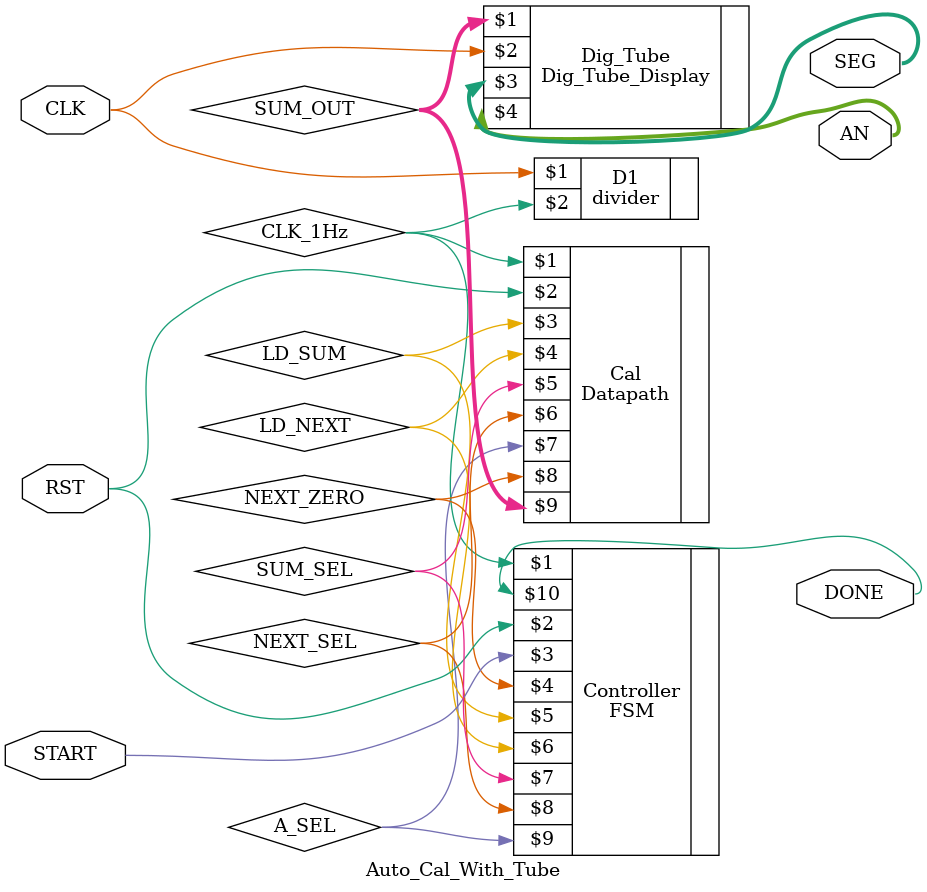
<source format=v>
module Auto_Cal_With_Tube(CLK,RST,START,DONE,SEG,AN);
    //ÊäÈëÊä³ö
    input CLK,RST,START;//Ê±ÖÓÐÅºÅ£¬¸´Î»ÐÅºÅ£¬Æô¶¯ÐÅºÅ
    output DONE;//ÔËËãÍê³É±êÖ¾
    output [7:0]SEG;//ÊýÂë¹ÜÊä³ö¿ØÖÆ
    output [7:0]AN;//Æ¬Ñ¡ÐÅºÅ
    //ÏßÂ·
    wire NEXT_ZERO,LD_SUM,LD_NEXT,SUM_SEL,NEXT_SEL,A_SEL,CLK_1Hz;
    wire [31:0]SUM_OUT;
    //ÊµÀý»¯
    divider  #(50000000) D1(CLK,CLK_1Hz);//²úÉú1HzÊ±ÖÓÐÅºÅ
    FSM Controller(CLK_1Hz,RST,START,NEXT_ZERO,LD_SUM,LD_NEXT,SUM_SEL,NEXT_SEL,A_SEL,DONE);
    Datapath #(32,4) Cal(CLK_1Hz,RST,LD_SUM,LD_NEXT,SUM_SEL,NEXT_SEL,A_SEL,NEXT_ZERO,SUM_OUT);
    Dig_Tube_Display#(32) Dig_Tube(SUM_OUT,CLK,SEG,AN);//´Ë´¦»¹ÓÃÔ­À´µÄÊ±ÖÓÐÅºÅ?
endmodule
</source>
